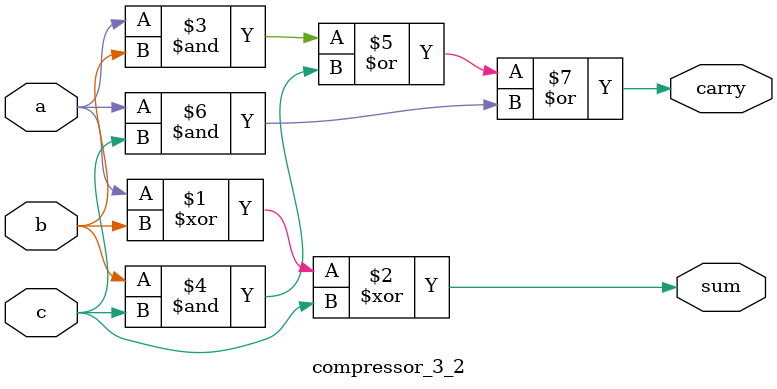
<source format=v>
module compressor_3_2 (
    input  wire a,
    input  wire b,
    input  wire c,
    output wire sum,
    output wire carry
);
    assign sum   = a ^ b ^ c;
    assign carry = (a & b) | (b & c) | (a & c);
endmodule
</source>
